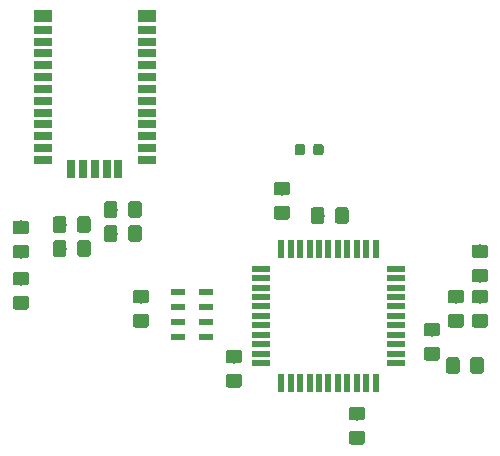
<source format=gtp>
%TF.GenerationSoftware,KiCad,Pcbnew,5.0.1*%
%TF.CreationDate,2019-01-10T15:10:37-06:00*%
%TF.ProjectId,RDP-Environmental,5244502D456E7669726F6E6D656E7461,01*%
%TF.SameCoordinates,Original*%
%TF.FileFunction,Paste,Top*%
%TF.FilePolarity,Positive*%
%FSLAX46Y46*%
G04 Gerber Fmt 4.6, Leading zero omitted, Abs format (unit mm)*
G04 Created by KiCad (PCBNEW 5.0.1) date Thu 10 Jan 2019 03:10:37 PM CST*
%MOMM*%
%LPD*%
G01*
G04 APERTURE LIST*
%ADD10C,0.100000*%
%ADD11C,1.150000*%
%ADD12C,0.875000*%
%ADD13R,1.310000X0.530000*%
%ADD14R,0.550000X1.500000*%
%ADD15R,1.500000X0.550000*%
%ADD16R,1.500000X0.700000*%
%ADD17R,1.500000X1.000000*%
%ADD18R,0.700000X1.500000*%
G04 APERTURE END LIST*
D10*
G36*
X65498505Y-48956204D02*
X65522773Y-48959804D01*
X65546572Y-48965765D01*
X65569671Y-48974030D01*
X65591850Y-48984520D01*
X65612893Y-48997132D01*
X65632599Y-49011747D01*
X65650777Y-49028223D01*
X65667253Y-49046401D01*
X65681868Y-49066107D01*
X65694480Y-49087150D01*
X65704970Y-49109329D01*
X65713235Y-49132428D01*
X65719196Y-49156227D01*
X65722796Y-49180495D01*
X65724000Y-49204999D01*
X65724000Y-49855001D01*
X65722796Y-49879505D01*
X65719196Y-49903773D01*
X65713235Y-49927572D01*
X65704970Y-49950671D01*
X65694480Y-49972850D01*
X65681868Y-49993893D01*
X65667253Y-50013599D01*
X65650777Y-50031777D01*
X65632599Y-50048253D01*
X65612893Y-50062868D01*
X65591850Y-50075480D01*
X65569671Y-50085970D01*
X65546572Y-50094235D01*
X65522773Y-50100196D01*
X65498505Y-50103796D01*
X65474001Y-50105000D01*
X64573999Y-50105000D01*
X64549495Y-50103796D01*
X64525227Y-50100196D01*
X64501428Y-50094235D01*
X64478329Y-50085970D01*
X64456150Y-50075480D01*
X64435107Y-50062868D01*
X64415401Y-50048253D01*
X64397223Y-50031777D01*
X64380747Y-50013599D01*
X64366132Y-49993893D01*
X64353520Y-49972850D01*
X64343030Y-49950671D01*
X64334765Y-49927572D01*
X64328804Y-49903773D01*
X64325204Y-49879505D01*
X64324000Y-49855001D01*
X64324000Y-49204999D01*
X64325204Y-49180495D01*
X64328804Y-49156227D01*
X64334765Y-49132428D01*
X64343030Y-49109329D01*
X64353520Y-49087150D01*
X64366132Y-49066107D01*
X64380747Y-49046401D01*
X64397223Y-49028223D01*
X64415401Y-49011747D01*
X64435107Y-48997132D01*
X64456150Y-48984520D01*
X64478329Y-48974030D01*
X64501428Y-48965765D01*
X64525227Y-48959804D01*
X64549495Y-48956204D01*
X64573999Y-48955000D01*
X65474001Y-48955000D01*
X65498505Y-48956204D01*
X65498505Y-48956204D01*
G37*
D11*
X65024000Y-49530000D03*
D10*
G36*
X65498505Y-51006204D02*
X65522773Y-51009804D01*
X65546572Y-51015765D01*
X65569671Y-51024030D01*
X65591850Y-51034520D01*
X65612893Y-51047132D01*
X65632599Y-51061747D01*
X65650777Y-51078223D01*
X65667253Y-51096401D01*
X65681868Y-51116107D01*
X65694480Y-51137150D01*
X65704970Y-51159329D01*
X65713235Y-51182428D01*
X65719196Y-51206227D01*
X65722796Y-51230495D01*
X65724000Y-51254999D01*
X65724000Y-51905001D01*
X65722796Y-51929505D01*
X65719196Y-51953773D01*
X65713235Y-51977572D01*
X65704970Y-52000671D01*
X65694480Y-52022850D01*
X65681868Y-52043893D01*
X65667253Y-52063599D01*
X65650777Y-52081777D01*
X65632599Y-52098253D01*
X65612893Y-52112868D01*
X65591850Y-52125480D01*
X65569671Y-52135970D01*
X65546572Y-52144235D01*
X65522773Y-52150196D01*
X65498505Y-52153796D01*
X65474001Y-52155000D01*
X64573999Y-52155000D01*
X64549495Y-52153796D01*
X64525227Y-52150196D01*
X64501428Y-52144235D01*
X64478329Y-52135970D01*
X64456150Y-52125480D01*
X64435107Y-52112868D01*
X64415401Y-52098253D01*
X64397223Y-52081777D01*
X64380747Y-52063599D01*
X64366132Y-52043893D01*
X64353520Y-52022850D01*
X64343030Y-52000671D01*
X64334765Y-51977572D01*
X64328804Y-51953773D01*
X64325204Y-51929505D01*
X64324000Y-51905001D01*
X64324000Y-51254999D01*
X64325204Y-51230495D01*
X64328804Y-51206227D01*
X64334765Y-51182428D01*
X64343030Y-51159329D01*
X64353520Y-51137150D01*
X64366132Y-51116107D01*
X64380747Y-51096401D01*
X64397223Y-51078223D01*
X64415401Y-51061747D01*
X64435107Y-51047132D01*
X64456150Y-51034520D01*
X64478329Y-51024030D01*
X64501428Y-51015765D01*
X64525227Y-51009804D01*
X64549495Y-51006204D01*
X64573999Y-51005000D01*
X65474001Y-51005000D01*
X65498505Y-51006204D01*
X65498505Y-51006204D01*
G37*
D11*
X65024000Y-51580000D03*
D10*
G36*
X57753505Y-39179204D02*
X57777773Y-39182804D01*
X57801572Y-39188765D01*
X57824671Y-39197030D01*
X57846850Y-39207520D01*
X57867893Y-39220132D01*
X57887599Y-39234747D01*
X57905777Y-39251223D01*
X57922253Y-39269401D01*
X57936868Y-39289107D01*
X57949480Y-39310150D01*
X57959970Y-39332329D01*
X57968235Y-39355428D01*
X57974196Y-39379227D01*
X57977796Y-39403495D01*
X57979000Y-39427999D01*
X57979000Y-40328001D01*
X57977796Y-40352505D01*
X57974196Y-40376773D01*
X57968235Y-40400572D01*
X57959970Y-40423671D01*
X57949480Y-40445850D01*
X57936868Y-40466893D01*
X57922253Y-40486599D01*
X57905777Y-40504777D01*
X57887599Y-40521253D01*
X57867893Y-40535868D01*
X57846850Y-40548480D01*
X57824671Y-40558970D01*
X57801572Y-40567235D01*
X57777773Y-40573196D01*
X57753505Y-40576796D01*
X57729001Y-40578000D01*
X57078999Y-40578000D01*
X57054495Y-40576796D01*
X57030227Y-40573196D01*
X57006428Y-40567235D01*
X56983329Y-40558970D01*
X56961150Y-40548480D01*
X56940107Y-40535868D01*
X56920401Y-40521253D01*
X56902223Y-40504777D01*
X56885747Y-40486599D01*
X56871132Y-40466893D01*
X56858520Y-40445850D01*
X56848030Y-40423671D01*
X56839765Y-40400572D01*
X56833804Y-40376773D01*
X56830204Y-40352505D01*
X56829000Y-40328001D01*
X56829000Y-39427999D01*
X56830204Y-39403495D01*
X56833804Y-39379227D01*
X56839765Y-39355428D01*
X56848030Y-39332329D01*
X56858520Y-39310150D01*
X56871132Y-39289107D01*
X56885747Y-39269401D01*
X56902223Y-39251223D01*
X56920401Y-39234747D01*
X56940107Y-39220132D01*
X56961150Y-39207520D01*
X56983329Y-39197030D01*
X57006428Y-39188765D01*
X57030227Y-39182804D01*
X57054495Y-39179204D01*
X57078999Y-39178000D01*
X57729001Y-39178000D01*
X57753505Y-39179204D01*
X57753505Y-39179204D01*
G37*
D11*
X57404000Y-39878000D03*
D10*
G36*
X55703505Y-39179204D02*
X55727773Y-39182804D01*
X55751572Y-39188765D01*
X55774671Y-39197030D01*
X55796850Y-39207520D01*
X55817893Y-39220132D01*
X55837599Y-39234747D01*
X55855777Y-39251223D01*
X55872253Y-39269401D01*
X55886868Y-39289107D01*
X55899480Y-39310150D01*
X55909970Y-39332329D01*
X55918235Y-39355428D01*
X55924196Y-39379227D01*
X55927796Y-39403495D01*
X55929000Y-39427999D01*
X55929000Y-40328001D01*
X55927796Y-40352505D01*
X55924196Y-40376773D01*
X55918235Y-40400572D01*
X55909970Y-40423671D01*
X55899480Y-40445850D01*
X55886868Y-40466893D01*
X55872253Y-40486599D01*
X55855777Y-40504777D01*
X55837599Y-40521253D01*
X55817893Y-40535868D01*
X55796850Y-40548480D01*
X55774671Y-40558970D01*
X55751572Y-40567235D01*
X55727773Y-40573196D01*
X55703505Y-40576796D01*
X55679001Y-40578000D01*
X55028999Y-40578000D01*
X55004495Y-40576796D01*
X54980227Y-40573196D01*
X54956428Y-40567235D01*
X54933329Y-40558970D01*
X54911150Y-40548480D01*
X54890107Y-40535868D01*
X54870401Y-40521253D01*
X54852223Y-40504777D01*
X54835747Y-40486599D01*
X54821132Y-40466893D01*
X54808520Y-40445850D01*
X54798030Y-40423671D01*
X54789765Y-40400572D01*
X54783804Y-40376773D01*
X54780204Y-40352505D01*
X54779000Y-40328001D01*
X54779000Y-39427999D01*
X54780204Y-39403495D01*
X54783804Y-39379227D01*
X54789765Y-39355428D01*
X54798030Y-39332329D01*
X54808520Y-39310150D01*
X54821132Y-39289107D01*
X54835747Y-39269401D01*
X54852223Y-39251223D01*
X54870401Y-39234747D01*
X54890107Y-39220132D01*
X54911150Y-39207520D01*
X54933329Y-39197030D01*
X54956428Y-39188765D01*
X54980227Y-39182804D01*
X55004495Y-39179204D01*
X55028999Y-39178000D01*
X55679001Y-39178000D01*
X55703505Y-39179204D01*
X55703505Y-39179204D01*
G37*
D11*
X55354000Y-39878000D03*
D10*
G36*
X48734505Y-51242204D02*
X48758773Y-51245804D01*
X48782572Y-51251765D01*
X48805671Y-51260030D01*
X48827850Y-51270520D01*
X48848893Y-51283132D01*
X48868599Y-51297747D01*
X48886777Y-51314223D01*
X48903253Y-51332401D01*
X48917868Y-51352107D01*
X48930480Y-51373150D01*
X48940970Y-51395329D01*
X48949235Y-51418428D01*
X48955196Y-51442227D01*
X48958796Y-51466495D01*
X48960000Y-51490999D01*
X48960000Y-52141001D01*
X48958796Y-52165505D01*
X48955196Y-52189773D01*
X48949235Y-52213572D01*
X48940970Y-52236671D01*
X48930480Y-52258850D01*
X48917868Y-52279893D01*
X48903253Y-52299599D01*
X48886777Y-52317777D01*
X48868599Y-52334253D01*
X48848893Y-52348868D01*
X48827850Y-52361480D01*
X48805671Y-52371970D01*
X48782572Y-52380235D01*
X48758773Y-52386196D01*
X48734505Y-52389796D01*
X48710001Y-52391000D01*
X47809999Y-52391000D01*
X47785495Y-52389796D01*
X47761227Y-52386196D01*
X47737428Y-52380235D01*
X47714329Y-52371970D01*
X47692150Y-52361480D01*
X47671107Y-52348868D01*
X47651401Y-52334253D01*
X47633223Y-52317777D01*
X47616747Y-52299599D01*
X47602132Y-52279893D01*
X47589520Y-52258850D01*
X47579030Y-52236671D01*
X47570765Y-52213572D01*
X47564804Y-52189773D01*
X47561204Y-52165505D01*
X47560000Y-52141001D01*
X47560000Y-51490999D01*
X47561204Y-51466495D01*
X47564804Y-51442227D01*
X47570765Y-51418428D01*
X47579030Y-51395329D01*
X47589520Y-51373150D01*
X47602132Y-51352107D01*
X47616747Y-51332401D01*
X47633223Y-51314223D01*
X47651401Y-51297747D01*
X47671107Y-51283132D01*
X47692150Y-51270520D01*
X47714329Y-51260030D01*
X47737428Y-51251765D01*
X47761227Y-51245804D01*
X47785495Y-51242204D01*
X47809999Y-51241000D01*
X48710001Y-51241000D01*
X48734505Y-51242204D01*
X48734505Y-51242204D01*
G37*
D11*
X48260000Y-51816000D03*
D10*
G36*
X48734505Y-53292204D02*
X48758773Y-53295804D01*
X48782572Y-53301765D01*
X48805671Y-53310030D01*
X48827850Y-53320520D01*
X48848893Y-53333132D01*
X48868599Y-53347747D01*
X48886777Y-53364223D01*
X48903253Y-53382401D01*
X48917868Y-53402107D01*
X48930480Y-53423150D01*
X48940970Y-53445329D01*
X48949235Y-53468428D01*
X48955196Y-53492227D01*
X48958796Y-53516495D01*
X48960000Y-53540999D01*
X48960000Y-54191001D01*
X48958796Y-54215505D01*
X48955196Y-54239773D01*
X48949235Y-54263572D01*
X48940970Y-54286671D01*
X48930480Y-54308850D01*
X48917868Y-54329893D01*
X48903253Y-54349599D01*
X48886777Y-54367777D01*
X48868599Y-54384253D01*
X48848893Y-54398868D01*
X48827850Y-54411480D01*
X48805671Y-54421970D01*
X48782572Y-54430235D01*
X48758773Y-54436196D01*
X48734505Y-54439796D01*
X48710001Y-54441000D01*
X47809999Y-54441000D01*
X47785495Y-54439796D01*
X47761227Y-54436196D01*
X47737428Y-54430235D01*
X47714329Y-54421970D01*
X47692150Y-54411480D01*
X47671107Y-54398868D01*
X47651401Y-54384253D01*
X47633223Y-54367777D01*
X47616747Y-54349599D01*
X47602132Y-54329893D01*
X47589520Y-54308850D01*
X47579030Y-54286671D01*
X47570765Y-54263572D01*
X47564804Y-54239773D01*
X47561204Y-54215505D01*
X47560000Y-54191001D01*
X47560000Y-53540999D01*
X47561204Y-53516495D01*
X47564804Y-53492227D01*
X47570765Y-53468428D01*
X47579030Y-53445329D01*
X47589520Y-53423150D01*
X47602132Y-53402107D01*
X47616747Y-53382401D01*
X47633223Y-53364223D01*
X47651401Y-53347747D01*
X47671107Y-53333132D01*
X47692150Y-53320520D01*
X47714329Y-53310030D01*
X47737428Y-53301765D01*
X47761227Y-53295804D01*
X47785495Y-53292204D01*
X47809999Y-53291000D01*
X48710001Y-53291000D01*
X48734505Y-53292204D01*
X48734505Y-53292204D01*
G37*
D11*
X48260000Y-53866000D03*
D10*
G36*
X69562505Y-48212204D02*
X69586773Y-48215804D01*
X69610572Y-48221765D01*
X69633671Y-48230030D01*
X69655850Y-48240520D01*
X69676893Y-48253132D01*
X69696599Y-48267747D01*
X69714777Y-48284223D01*
X69731253Y-48302401D01*
X69745868Y-48322107D01*
X69758480Y-48343150D01*
X69768970Y-48365329D01*
X69777235Y-48388428D01*
X69783196Y-48412227D01*
X69786796Y-48436495D01*
X69788000Y-48460999D01*
X69788000Y-49111001D01*
X69786796Y-49135505D01*
X69783196Y-49159773D01*
X69777235Y-49183572D01*
X69768970Y-49206671D01*
X69758480Y-49228850D01*
X69745868Y-49249893D01*
X69731253Y-49269599D01*
X69714777Y-49287777D01*
X69696599Y-49304253D01*
X69676893Y-49318868D01*
X69655850Y-49331480D01*
X69633671Y-49341970D01*
X69610572Y-49350235D01*
X69586773Y-49356196D01*
X69562505Y-49359796D01*
X69538001Y-49361000D01*
X68637999Y-49361000D01*
X68613495Y-49359796D01*
X68589227Y-49356196D01*
X68565428Y-49350235D01*
X68542329Y-49341970D01*
X68520150Y-49331480D01*
X68499107Y-49318868D01*
X68479401Y-49304253D01*
X68461223Y-49287777D01*
X68444747Y-49269599D01*
X68430132Y-49249893D01*
X68417520Y-49228850D01*
X68407030Y-49206671D01*
X68398765Y-49183572D01*
X68392804Y-49159773D01*
X68389204Y-49135505D01*
X68388000Y-49111001D01*
X68388000Y-48460999D01*
X68389204Y-48436495D01*
X68392804Y-48412227D01*
X68398765Y-48388428D01*
X68407030Y-48365329D01*
X68417520Y-48343150D01*
X68430132Y-48322107D01*
X68444747Y-48302401D01*
X68461223Y-48284223D01*
X68479401Y-48267747D01*
X68499107Y-48253132D01*
X68520150Y-48240520D01*
X68542329Y-48230030D01*
X68565428Y-48221765D01*
X68589227Y-48215804D01*
X68613495Y-48212204D01*
X68637999Y-48211000D01*
X69538001Y-48211000D01*
X69562505Y-48212204D01*
X69562505Y-48212204D01*
G37*
D11*
X69088000Y-48786000D03*
D10*
G36*
X69562505Y-46162204D02*
X69586773Y-46165804D01*
X69610572Y-46171765D01*
X69633671Y-46180030D01*
X69655850Y-46190520D01*
X69676893Y-46203132D01*
X69696599Y-46217747D01*
X69714777Y-46234223D01*
X69731253Y-46252401D01*
X69745868Y-46272107D01*
X69758480Y-46293150D01*
X69768970Y-46315329D01*
X69777235Y-46338428D01*
X69783196Y-46362227D01*
X69786796Y-46386495D01*
X69788000Y-46410999D01*
X69788000Y-47061001D01*
X69786796Y-47085505D01*
X69783196Y-47109773D01*
X69777235Y-47133572D01*
X69768970Y-47156671D01*
X69758480Y-47178850D01*
X69745868Y-47199893D01*
X69731253Y-47219599D01*
X69714777Y-47237777D01*
X69696599Y-47254253D01*
X69676893Y-47268868D01*
X69655850Y-47281480D01*
X69633671Y-47291970D01*
X69610572Y-47300235D01*
X69586773Y-47306196D01*
X69562505Y-47309796D01*
X69538001Y-47311000D01*
X68637999Y-47311000D01*
X68613495Y-47309796D01*
X68589227Y-47306196D01*
X68565428Y-47300235D01*
X68542329Y-47291970D01*
X68520150Y-47281480D01*
X68499107Y-47268868D01*
X68479401Y-47254253D01*
X68461223Y-47237777D01*
X68444747Y-47219599D01*
X68430132Y-47199893D01*
X68417520Y-47178850D01*
X68407030Y-47156671D01*
X68398765Y-47133572D01*
X68392804Y-47109773D01*
X68389204Y-47085505D01*
X68388000Y-47061001D01*
X68388000Y-46410999D01*
X68389204Y-46386495D01*
X68392804Y-46362227D01*
X68398765Y-46338428D01*
X68407030Y-46315329D01*
X68417520Y-46293150D01*
X68430132Y-46272107D01*
X68444747Y-46252401D01*
X68461223Y-46234223D01*
X68479401Y-46217747D01*
X68499107Y-46203132D01*
X68520150Y-46190520D01*
X68542329Y-46180030D01*
X68565428Y-46171765D01*
X68589227Y-46165804D01*
X68613495Y-46162204D01*
X68637999Y-46161000D01*
X69538001Y-46161000D01*
X69562505Y-46162204D01*
X69562505Y-46162204D01*
G37*
D11*
X69088000Y-46736000D03*
D10*
G36*
X59148505Y-56068204D02*
X59172773Y-56071804D01*
X59196572Y-56077765D01*
X59219671Y-56086030D01*
X59241850Y-56096520D01*
X59262893Y-56109132D01*
X59282599Y-56123747D01*
X59300777Y-56140223D01*
X59317253Y-56158401D01*
X59331868Y-56178107D01*
X59344480Y-56199150D01*
X59354970Y-56221329D01*
X59363235Y-56244428D01*
X59369196Y-56268227D01*
X59372796Y-56292495D01*
X59374000Y-56316999D01*
X59374000Y-56967001D01*
X59372796Y-56991505D01*
X59369196Y-57015773D01*
X59363235Y-57039572D01*
X59354970Y-57062671D01*
X59344480Y-57084850D01*
X59331868Y-57105893D01*
X59317253Y-57125599D01*
X59300777Y-57143777D01*
X59282599Y-57160253D01*
X59262893Y-57174868D01*
X59241850Y-57187480D01*
X59219671Y-57197970D01*
X59196572Y-57206235D01*
X59172773Y-57212196D01*
X59148505Y-57215796D01*
X59124001Y-57217000D01*
X58223999Y-57217000D01*
X58199495Y-57215796D01*
X58175227Y-57212196D01*
X58151428Y-57206235D01*
X58128329Y-57197970D01*
X58106150Y-57187480D01*
X58085107Y-57174868D01*
X58065401Y-57160253D01*
X58047223Y-57143777D01*
X58030747Y-57125599D01*
X58016132Y-57105893D01*
X58003520Y-57084850D01*
X57993030Y-57062671D01*
X57984765Y-57039572D01*
X57978804Y-57015773D01*
X57975204Y-56991505D01*
X57974000Y-56967001D01*
X57974000Y-56316999D01*
X57975204Y-56292495D01*
X57978804Y-56268227D01*
X57984765Y-56244428D01*
X57993030Y-56221329D01*
X58003520Y-56199150D01*
X58016132Y-56178107D01*
X58030747Y-56158401D01*
X58047223Y-56140223D01*
X58065401Y-56123747D01*
X58085107Y-56109132D01*
X58106150Y-56096520D01*
X58128329Y-56086030D01*
X58151428Y-56077765D01*
X58175227Y-56071804D01*
X58199495Y-56068204D01*
X58223999Y-56067000D01*
X59124001Y-56067000D01*
X59148505Y-56068204D01*
X59148505Y-56068204D01*
G37*
D11*
X58674000Y-56642000D03*
D10*
G36*
X59148505Y-58118204D02*
X59172773Y-58121804D01*
X59196572Y-58127765D01*
X59219671Y-58136030D01*
X59241850Y-58146520D01*
X59262893Y-58159132D01*
X59282599Y-58173747D01*
X59300777Y-58190223D01*
X59317253Y-58208401D01*
X59331868Y-58228107D01*
X59344480Y-58249150D01*
X59354970Y-58271329D01*
X59363235Y-58294428D01*
X59369196Y-58318227D01*
X59372796Y-58342495D01*
X59374000Y-58366999D01*
X59374000Y-59017001D01*
X59372796Y-59041505D01*
X59369196Y-59065773D01*
X59363235Y-59089572D01*
X59354970Y-59112671D01*
X59344480Y-59134850D01*
X59331868Y-59155893D01*
X59317253Y-59175599D01*
X59300777Y-59193777D01*
X59282599Y-59210253D01*
X59262893Y-59224868D01*
X59241850Y-59237480D01*
X59219671Y-59247970D01*
X59196572Y-59256235D01*
X59172773Y-59262196D01*
X59148505Y-59265796D01*
X59124001Y-59267000D01*
X58223999Y-59267000D01*
X58199495Y-59265796D01*
X58175227Y-59262196D01*
X58151428Y-59256235D01*
X58128329Y-59247970D01*
X58106150Y-59237480D01*
X58085107Y-59224868D01*
X58065401Y-59210253D01*
X58047223Y-59193777D01*
X58030747Y-59175599D01*
X58016132Y-59155893D01*
X58003520Y-59134850D01*
X57993030Y-59112671D01*
X57984765Y-59089572D01*
X57978804Y-59065773D01*
X57975204Y-59041505D01*
X57974000Y-59017001D01*
X57974000Y-58366999D01*
X57975204Y-58342495D01*
X57978804Y-58318227D01*
X57984765Y-58294428D01*
X57993030Y-58271329D01*
X58003520Y-58249150D01*
X58016132Y-58228107D01*
X58030747Y-58208401D01*
X58047223Y-58190223D01*
X58065401Y-58173747D01*
X58085107Y-58159132D01*
X58106150Y-58146520D01*
X58128329Y-58136030D01*
X58151428Y-58127765D01*
X58175227Y-58121804D01*
X58199495Y-58118204D01*
X58223999Y-58117000D01*
X59124001Y-58117000D01*
X59148505Y-58118204D01*
X59148505Y-58118204D01*
G37*
D11*
X58674000Y-58692000D03*
D10*
G36*
X67151505Y-51879204D02*
X67175773Y-51882804D01*
X67199572Y-51888765D01*
X67222671Y-51897030D01*
X67244850Y-51907520D01*
X67265893Y-51920132D01*
X67285599Y-51934747D01*
X67303777Y-51951223D01*
X67320253Y-51969401D01*
X67334868Y-51989107D01*
X67347480Y-52010150D01*
X67357970Y-52032329D01*
X67366235Y-52055428D01*
X67372196Y-52079227D01*
X67375796Y-52103495D01*
X67377000Y-52127999D01*
X67377000Y-53028001D01*
X67375796Y-53052505D01*
X67372196Y-53076773D01*
X67366235Y-53100572D01*
X67357970Y-53123671D01*
X67347480Y-53145850D01*
X67334868Y-53166893D01*
X67320253Y-53186599D01*
X67303777Y-53204777D01*
X67285599Y-53221253D01*
X67265893Y-53235868D01*
X67244850Y-53248480D01*
X67222671Y-53258970D01*
X67199572Y-53267235D01*
X67175773Y-53273196D01*
X67151505Y-53276796D01*
X67127001Y-53278000D01*
X66476999Y-53278000D01*
X66452495Y-53276796D01*
X66428227Y-53273196D01*
X66404428Y-53267235D01*
X66381329Y-53258970D01*
X66359150Y-53248480D01*
X66338107Y-53235868D01*
X66318401Y-53221253D01*
X66300223Y-53204777D01*
X66283747Y-53186599D01*
X66269132Y-53166893D01*
X66256520Y-53145850D01*
X66246030Y-53123671D01*
X66237765Y-53100572D01*
X66231804Y-53076773D01*
X66228204Y-53052505D01*
X66227000Y-53028001D01*
X66227000Y-52127999D01*
X66228204Y-52103495D01*
X66231804Y-52079227D01*
X66237765Y-52055428D01*
X66246030Y-52032329D01*
X66256520Y-52010150D01*
X66269132Y-51989107D01*
X66283747Y-51969401D01*
X66300223Y-51951223D01*
X66318401Y-51934747D01*
X66338107Y-51920132D01*
X66359150Y-51907520D01*
X66381329Y-51897030D01*
X66404428Y-51888765D01*
X66428227Y-51882804D01*
X66452495Y-51879204D01*
X66476999Y-51878000D01*
X67127001Y-51878000D01*
X67151505Y-51879204D01*
X67151505Y-51879204D01*
G37*
D11*
X66802000Y-52578000D03*
D10*
G36*
X69201505Y-51879204D02*
X69225773Y-51882804D01*
X69249572Y-51888765D01*
X69272671Y-51897030D01*
X69294850Y-51907520D01*
X69315893Y-51920132D01*
X69335599Y-51934747D01*
X69353777Y-51951223D01*
X69370253Y-51969401D01*
X69384868Y-51989107D01*
X69397480Y-52010150D01*
X69407970Y-52032329D01*
X69416235Y-52055428D01*
X69422196Y-52079227D01*
X69425796Y-52103495D01*
X69427000Y-52127999D01*
X69427000Y-53028001D01*
X69425796Y-53052505D01*
X69422196Y-53076773D01*
X69416235Y-53100572D01*
X69407970Y-53123671D01*
X69397480Y-53145850D01*
X69384868Y-53166893D01*
X69370253Y-53186599D01*
X69353777Y-53204777D01*
X69335599Y-53221253D01*
X69315893Y-53235868D01*
X69294850Y-53248480D01*
X69272671Y-53258970D01*
X69249572Y-53267235D01*
X69225773Y-53273196D01*
X69201505Y-53276796D01*
X69177001Y-53278000D01*
X68526999Y-53278000D01*
X68502495Y-53276796D01*
X68478227Y-53273196D01*
X68454428Y-53267235D01*
X68431329Y-53258970D01*
X68409150Y-53248480D01*
X68388107Y-53235868D01*
X68368401Y-53221253D01*
X68350223Y-53204777D01*
X68333747Y-53186599D01*
X68319132Y-53166893D01*
X68306520Y-53145850D01*
X68296030Y-53123671D01*
X68287765Y-53100572D01*
X68281804Y-53076773D01*
X68278204Y-53052505D01*
X68277000Y-53028001D01*
X68277000Y-52127999D01*
X68278204Y-52103495D01*
X68281804Y-52079227D01*
X68287765Y-52055428D01*
X68296030Y-52032329D01*
X68306520Y-52010150D01*
X68319132Y-51989107D01*
X68333747Y-51969401D01*
X68350223Y-51951223D01*
X68368401Y-51934747D01*
X68388107Y-51920132D01*
X68409150Y-51907520D01*
X68431329Y-51897030D01*
X68454428Y-51888765D01*
X68478227Y-51882804D01*
X68502495Y-51879204D01*
X68526999Y-51878000D01*
X69177001Y-51878000D01*
X69201505Y-51879204D01*
X69201505Y-51879204D01*
G37*
D11*
X68852000Y-52578000D03*
D10*
G36*
X40860505Y-48212204D02*
X40884773Y-48215804D01*
X40908572Y-48221765D01*
X40931671Y-48230030D01*
X40953850Y-48240520D01*
X40974893Y-48253132D01*
X40994599Y-48267747D01*
X41012777Y-48284223D01*
X41029253Y-48302401D01*
X41043868Y-48322107D01*
X41056480Y-48343150D01*
X41066970Y-48365329D01*
X41075235Y-48388428D01*
X41081196Y-48412227D01*
X41084796Y-48436495D01*
X41086000Y-48460999D01*
X41086000Y-49111001D01*
X41084796Y-49135505D01*
X41081196Y-49159773D01*
X41075235Y-49183572D01*
X41066970Y-49206671D01*
X41056480Y-49228850D01*
X41043868Y-49249893D01*
X41029253Y-49269599D01*
X41012777Y-49287777D01*
X40994599Y-49304253D01*
X40974893Y-49318868D01*
X40953850Y-49331480D01*
X40931671Y-49341970D01*
X40908572Y-49350235D01*
X40884773Y-49356196D01*
X40860505Y-49359796D01*
X40836001Y-49361000D01*
X39935999Y-49361000D01*
X39911495Y-49359796D01*
X39887227Y-49356196D01*
X39863428Y-49350235D01*
X39840329Y-49341970D01*
X39818150Y-49331480D01*
X39797107Y-49318868D01*
X39777401Y-49304253D01*
X39759223Y-49287777D01*
X39742747Y-49269599D01*
X39728132Y-49249893D01*
X39715520Y-49228850D01*
X39705030Y-49206671D01*
X39696765Y-49183572D01*
X39690804Y-49159773D01*
X39687204Y-49135505D01*
X39686000Y-49111001D01*
X39686000Y-48460999D01*
X39687204Y-48436495D01*
X39690804Y-48412227D01*
X39696765Y-48388428D01*
X39705030Y-48365329D01*
X39715520Y-48343150D01*
X39728132Y-48322107D01*
X39742747Y-48302401D01*
X39759223Y-48284223D01*
X39777401Y-48267747D01*
X39797107Y-48253132D01*
X39818150Y-48240520D01*
X39840329Y-48230030D01*
X39863428Y-48221765D01*
X39887227Y-48215804D01*
X39911495Y-48212204D01*
X39935999Y-48211000D01*
X40836001Y-48211000D01*
X40860505Y-48212204D01*
X40860505Y-48212204D01*
G37*
D11*
X40386000Y-48786000D03*
D10*
G36*
X40860505Y-46162204D02*
X40884773Y-46165804D01*
X40908572Y-46171765D01*
X40931671Y-46180030D01*
X40953850Y-46190520D01*
X40974893Y-46203132D01*
X40994599Y-46217747D01*
X41012777Y-46234223D01*
X41029253Y-46252401D01*
X41043868Y-46272107D01*
X41056480Y-46293150D01*
X41066970Y-46315329D01*
X41075235Y-46338428D01*
X41081196Y-46362227D01*
X41084796Y-46386495D01*
X41086000Y-46410999D01*
X41086000Y-47061001D01*
X41084796Y-47085505D01*
X41081196Y-47109773D01*
X41075235Y-47133572D01*
X41066970Y-47156671D01*
X41056480Y-47178850D01*
X41043868Y-47199893D01*
X41029253Y-47219599D01*
X41012777Y-47237777D01*
X40994599Y-47254253D01*
X40974893Y-47268868D01*
X40953850Y-47281480D01*
X40931671Y-47291970D01*
X40908572Y-47300235D01*
X40884773Y-47306196D01*
X40860505Y-47309796D01*
X40836001Y-47311000D01*
X39935999Y-47311000D01*
X39911495Y-47309796D01*
X39887227Y-47306196D01*
X39863428Y-47300235D01*
X39840329Y-47291970D01*
X39818150Y-47281480D01*
X39797107Y-47268868D01*
X39777401Y-47254253D01*
X39759223Y-47237777D01*
X39742747Y-47219599D01*
X39728132Y-47199893D01*
X39715520Y-47178850D01*
X39705030Y-47156671D01*
X39696765Y-47133572D01*
X39690804Y-47109773D01*
X39687204Y-47085505D01*
X39686000Y-47061001D01*
X39686000Y-46410999D01*
X39687204Y-46386495D01*
X39690804Y-46362227D01*
X39696765Y-46338428D01*
X39705030Y-46315329D01*
X39715520Y-46293150D01*
X39728132Y-46272107D01*
X39742747Y-46252401D01*
X39759223Y-46234223D01*
X39777401Y-46217747D01*
X39797107Y-46203132D01*
X39818150Y-46190520D01*
X39840329Y-46180030D01*
X39863428Y-46171765D01*
X39887227Y-46165804D01*
X39911495Y-46162204D01*
X39935999Y-46161000D01*
X40836001Y-46161000D01*
X40860505Y-46162204D01*
X40860505Y-46162204D01*
G37*
D11*
X40386000Y-46736000D03*
D10*
G36*
X30700505Y-46688204D02*
X30724773Y-46691804D01*
X30748572Y-46697765D01*
X30771671Y-46706030D01*
X30793850Y-46716520D01*
X30814893Y-46729132D01*
X30834599Y-46743747D01*
X30852777Y-46760223D01*
X30869253Y-46778401D01*
X30883868Y-46798107D01*
X30896480Y-46819150D01*
X30906970Y-46841329D01*
X30915235Y-46864428D01*
X30921196Y-46888227D01*
X30924796Y-46912495D01*
X30926000Y-46936999D01*
X30926000Y-47587001D01*
X30924796Y-47611505D01*
X30921196Y-47635773D01*
X30915235Y-47659572D01*
X30906970Y-47682671D01*
X30896480Y-47704850D01*
X30883868Y-47725893D01*
X30869253Y-47745599D01*
X30852777Y-47763777D01*
X30834599Y-47780253D01*
X30814893Y-47794868D01*
X30793850Y-47807480D01*
X30771671Y-47817970D01*
X30748572Y-47826235D01*
X30724773Y-47832196D01*
X30700505Y-47835796D01*
X30676001Y-47837000D01*
X29775999Y-47837000D01*
X29751495Y-47835796D01*
X29727227Y-47832196D01*
X29703428Y-47826235D01*
X29680329Y-47817970D01*
X29658150Y-47807480D01*
X29637107Y-47794868D01*
X29617401Y-47780253D01*
X29599223Y-47763777D01*
X29582747Y-47745599D01*
X29568132Y-47725893D01*
X29555520Y-47704850D01*
X29545030Y-47682671D01*
X29536765Y-47659572D01*
X29530804Y-47635773D01*
X29527204Y-47611505D01*
X29526000Y-47587001D01*
X29526000Y-46936999D01*
X29527204Y-46912495D01*
X29530804Y-46888227D01*
X29536765Y-46864428D01*
X29545030Y-46841329D01*
X29555520Y-46819150D01*
X29568132Y-46798107D01*
X29582747Y-46778401D01*
X29599223Y-46760223D01*
X29617401Y-46743747D01*
X29637107Y-46729132D01*
X29658150Y-46716520D01*
X29680329Y-46706030D01*
X29703428Y-46697765D01*
X29727227Y-46691804D01*
X29751495Y-46688204D01*
X29775999Y-46687000D01*
X30676001Y-46687000D01*
X30700505Y-46688204D01*
X30700505Y-46688204D01*
G37*
D11*
X30226000Y-47262000D03*
D10*
G36*
X30700505Y-44638204D02*
X30724773Y-44641804D01*
X30748572Y-44647765D01*
X30771671Y-44656030D01*
X30793850Y-44666520D01*
X30814893Y-44679132D01*
X30834599Y-44693747D01*
X30852777Y-44710223D01*
X30869253Y-44728401D01*
X30883868Y-44748107D01*
X30896480Y-44769150D01*
X30906970Y-44791329D01*
X30915235Y-44814428D01*
X30921196Y-44838227D01*
X30924796Y-44862495D01*
X30926000Y-44886999D01*
X30926000Y-45537001D01*
X30924796Y-45561505D01*
X30921196Y-45585773D01*
X30915235Y-45609572D01*
X30906970Y-45632671D01*
X30896480Y-45654850D01*
X30883868Y-45675893D01*
X30869253Y-45695599D01*
X30852777Y-45713777D01*
X30834599Y-45730253D01*
X30814893Y-45744868D01*
X30793850Y-45757480D01*
X30771671Y-45767970D01*
X30748572Y-45776235D01*
X30724773Y-45782196D01*
X30700505Y-45785796D01*
X30676001Y-45787000D01*
X29775999Y-45787000D01*
X29751495Y-45785796D01*
X29727227Y-45782196D01*
X29703428Y-45776235D01*
X29680329Y-45767970D01*
X29658150Y-45757480D01*
X29637107Y-45744868D01*
X29617401Y-45730253D01*
X29599223Y-45713777D01*
X29582747Y-45695599D01*
X29568132Y-45675893D01*
X29555520Y-45654850D01*
X29545030Y-45632671D01*
X29536765Y-45609572D01*
X29530804Y-45585773D01*
X29527204Y-45561505D01*
X29526000Y-45537001D01*
X29526000Y-44886999D01*
X29527204Y-44862495D01*
X29530804Y-44838227D01*
X29536765Y-44814428D01*
X29545030Y-44791329D01*
X29555520Y-44769150D01*
X29568132Y-44748107D01*
X29582747Y-44728401D01*
X29599223Y-44710223D01*
X29617401Y-44693747D01*
X29637107Y-44679132D01*
X29658150Y-44666520D01*
X29680329Y-44656030D01*
X29703428Y-44647765D01*
X29727227Y-44641804D01*
X29751495Y-44638204D01*
X29775999Y-44637000D01*
X30676001Y-44637000D01*
X30700505Y-44638204D01*
X30700505Y-44638204D01*
G37*
D11*
X30226000Y-45212000D03*
D10*
G36*
X35918505Y-41973204D02*
X35942773Y-41976804D01*
X35966572Y-41982765D01*
X35989671Y-41991030D01*
X36011850Y-42001520D01*
X36032893Y-42014132D01*
X36052599Y-42028747D01*
X36070777Y-42045223D01*
X36087253Y-42063401D01*
X36101868Y-42083107D01*
X36114480Y-42104150D01*
X36124970Y-42126329D01*
X36133235Y-42149428D01*
X36139196Y-42173227D01*
X36142796Y-42197495D01*
X36144000Y-42221999D01*
X36144000Y-43122001D01*
X36142796Y-43146505D01*
X36139196Y-43170773D01*
X36133235Y-43194572D01*
X36124970Y-43217671D01*
X36114480Y-43239850D01*
X36101868Y-43260893D01*
X36087253Y-43280599D01*
X36070777Y-43298777D01*
X36052599Y-43315253D01*
X36032893Y-43329868D01*
X36011850Y-43342480D01*
X35989671Y-43352970D01*
X35966572Y-43361235D01*
X35942773Y-43367196D01*
X35918505Y-43370796D01*
X35894001Y-43372000D01*
X35243999Y-43372000D01*
X35219495Y-43370796D01*
X35195227Y-43367196D01*
X35171428Y-43361235D01*
X35148329Y-43352970D01*
X35126150Y-43342480D01*
X35105107Y-43329868D01*
X35085401Y-43315253D01*
X35067223Y-43298777D01*
X35050747Y-43280599D01*
X35036132Y-43260893D01*
X35023520Y-43239850D01*
X35013030Y-43217671D01*
X35004765Y-43194572D01*
X34998804Y-43170773D01*
X34995204Y-43146505D01*
X34994000Y-43122001D01*
X34994000Y-42221999D01*
X34995204Y-42197495D01*
X34998804Y-42173227D01*
X35004765Y-42149428D01*
X35013030Y-42126329D01*
X35023520Y-42104150D01*
X35036132Y-42083107D01*
X35050747Y-42063401D01*
X35067223Y-42045223D01*
X35085401Y-42028747D01*
X35105107Y-42014132D01*
X35126150Y-42001520D01*
X35148329Y-41991030D01*
X35171428Y-41982765D01*
X35195227Y-41976804D01*
X35219495Y-41973204D01*
X35243999Y-41972000D01*
X35894001Y-41972000D01*
X35918505Y-41973204D01*
X35918505Y-41973204D01*
G37*
D11*
X35569000Y-42672000D03*
D10*
G36*
X33868505Y-41973204D02*
X33892773Y-41976804D01*
X33916572Y-41982765D01*
X33939671Y-41991030D01*
X33961850Y-42001520D01*
X33982893Y-42014132D01*
X34002599Y-42028747D01*
X34020777Y-42045223D01*
X34037253Y-42063401D01*
X34051868Y-42083107D01*
X34064480Y-42104150D01*
X34074970Y-42126329D01*
X34083235Y-42149428D01*
X34089196Y-42173227D01*
X34092796Y-42197495D01*
X34094000Y-42221999D01*
X34094000Y-43122001D01*
X34092796Y-43146505D01*
X34089196Y-43170773D01*
X34083235Y-43194572D01*
X34074970Y-43217671D01*
X34064480Y-43239850D01*
X34051868Y-43260893D01*
X34037253Y-43280599D01*
X34020777Y-43298777D01*
X34002599Y-43315253D01*
X33982893Y-43329868D01*
X33961850Y-43342480D01*
X33939671Y-43352970D01*
X33916572Y-43361235D01*
X33892773Y-43367196D01*
X33868505Y-43370796D01*
X33844001Y-43372000D01*
X33193999Y-43372000D01*
X33169495Y-43370796D01*
X33145227Y-43367196D01*
X33121428Y-43361235D01*
X33098329Y-43352970D01*
X33076150Y-43342480D01*
X33055107Y-43329868D01*
X33035401Y-43315253D01*
X33017223Y-43298777D01*
X33000747Y-43280599D01*
X32986132Y-43260893D01*
X32973520Y-43239850D01*
X32963030Y-43217671D01*
X32954765Y-43194572D01*
X32948804Y-43170773D01*
X32945204Y-43146505D01*
X32944000Y-43122001D01*
X32944000Y-42221999D01*
X32945204Y-42197495D01*
X32948804Y-42173227D01*
X32954765Y-42149428D01*
X32963030Y-42126329D01*
X32973520Y-42104150D01*
X32986132Y-42083107D01*
X33000747Y-42063401D01*
X33017223Y-42045223D01*
X33035401Y-42028747D01*
X33055107Y-42014132D01*
X33076150Y-42001520D01*
X33098329Y-41991030D01*
X33121428Y-41982765D01*
X33145227Y-41976804D01*
X33169495Y-41973204D01*
X33193999Y-41972000D01*
X33844001Y-41972000D01*
X33868505Y-41973204D01*
X33868505Y-41973204D01*
G37*
D11*
X33519000Y-42672000D03*
D10*
G36*
X38186505Y-40703204D02*
X38210773Y-40706804D01*
X38234572Y-40712765D01*
X38257671Y-40721030D01*
X38279850Y-40731520D01*
X38300893Y-40744132D01*
X38320599Y-40758747D01*
X38338777Y-40775223D01*
X38355253Y-40793401D01*
X38369868Y-40813107D01*
X38382480Y-40834150D01*
X38392970Y-40856329D01*
X38401235Y-40879428D01*
X38407196Y-40903227D01*
X38410796Y-40927495D01*
X38412000Y-40951999D01*
X38412000Y-41852001D01*
X38410796Y-41876505D01*
X38407196Y-41900773D01*
X38401235Y-41924572D01*
X38392970Y-41947671D01*
X38382480Y-41969850D01*
X38369868Y-41990893D01*
X38355253Y-42010599D01*
X38338777Y-42028777D01*
X38320599Y-42045253D01*
X38300893Y-42059868D01*
X38279850Y-42072480D01*
X38257671Y-42082970D01*
X38234572Y-42091235D01*
X38210773Y-42097196D01*
X38186505Y-42100796D01*
X38162001Y-42102000D01*
X37511999Y-42102000D01*
X37487495Y-42100796D01*
X37463227Y-42097196D01*
X37439428Y-42091235D01*
X37416329Y-42082970D01*
X37394150Y-42072480D01*
X37373107Y-42059868D01*
X37353401Y-42045253D01*
X37335223Y-42028777D01*
X37318747Y-42010599D01*
X37304132Y-41990893D01*
X37291520Y-41969850D01*
X37281030Y-41947671D01*
X37272765Y-41924572D01*
X37266804Y-41900773D01*
X37263204Y-41876505D01*
X37262000Y-41852001D01*
X37262000Y-40951999D01*
X37263204Y-40927495D01*
X37266804Y-40903227D01*
X37272765Y-40879428D01*
X37281030Y-40856329D01*
X37291520Y-40834150D01*
X37304132Y-40813107D01*
X37318747Y-40793401D01*
X37335223Y-40775223D01*
X37353401Y-40758747D01*
X37373107Y-40744132D01*
X37394150Y-40731520D01*
X37416329Y-40721030D01*
X37439428Y-40712765D01*
X37463227Y-40706804D01*
X37487495Y-40703204D01*
X37511999Y-40702000D01*
X38162001Y-40702000D01*
X38186505Y-40703204D01*
X38186505Y-40703204D01*
G37*
D11*
X37837000Y-41402000D03*
D10*
G36*
X40236505Y-40703204D02*
X40260773Y-40706804D01*
X40284572Y-40712765D01*
X40307671Y-40721030D01*
X40329850Y-40731520D01*
X40350893Y-40744132D01*
X40370599Y-40758747D01*
X40388777Y-40775223D01*
X40405253Y-40793401D01*
X40419868Y-40813107D01*
X40432480Y-40834150D01*
X40442970Y-40856329D01*
X40451235Y-40879428D01*
X40457196Y-40903227D01*
X40460796Y-40927495D01*
X40462000Y-40951999D01*
X40462000Y-41852001D01*
X40460796Y-41876505D01*
X40457196Y-41900773D01*
X40451235Y-41924572D01*
X40442970Y-41947671D01*
X40432480Y-41969850D01*
X40419868Y-41990893D01*
X40405253Y-42010599D01*
X40388777Y-42028777D01*
X40370599Y-42045253D01*
X40350893Y-42059868D01*
X40329850Y-42072480D01*
X40307671Y-42082970D01*
X40284572Y-42091235D01*
X40260773Y-42097196D01*
X40236505Y-42100796D01*
X40212001Y-42102000D01*
X39561999Y-42102000D01*
X39537495Y-42100796D01*
X39513227Y-42097196D01*
X39489428Y-42091235D01*
X39466329Y-42082970D01*
X39444150Y-42072480D01*
X39423107Y-42059868D01*
X39403401Y-42045253D01*
X39385223Y-42028777D01*
X39368747Y-42010599D01*
X39354132Y-41990893D01*
X39341520Y-41969850D01*
X39331030Y-41947671D01*
X39322765Y-41924572D01*
X39316804Y-41900773D01*
X39313204Y-41876505D01*
X39312000Y-41852001D01*
X39312000Y-40951999D01*
X39313204Y-40927495D01*
X39316804Y-40903227D01*
X39322765Y-40879428D01*
X39331030Y-40856329D01*
X39341520Y-40834150D01*
X39354132Y-40813107D01*
X39368747Y-40793401D01*
X39385223Y-40775223D01*
X39403401Y-40758747D01*
X39423107Y-40744132D01*
X39444150Y-40731520D01*
X39466329Y-40721030D01*
X39489428Y-40712765D01*
X39513227Y-40706804D01*
X39537495Y-40703204D01*
X39561999Y-40702000D01*
X40212001Y-40702000D01*
X40236505Y-40703204D01*
X40236505Y-40703204D01*
G37*
D11*
X39887000Y-41402000D03*
D10*
G36*
X55663191Y-33816053D02*
X55684426Y-33819203D01*
X55705250Y-33824419D01*
X55725462Y-33831651D01*
X55744868Y-33840830D01*
X55763281Y-33851866D01*
X55780524Y-33864654D01*
X55796430Y-33879070D01*
X55810846Y-33894976D01*
X55823634Y-33912219D01*
X55834670Y-33930632D01*
X55843849Y-33950038D01*
X55851081Y-33970250D01*
X55856297Y-33991074D01*
X55859447Y-34012309D01*
X55860500Y-34033750D01*
X55860500Y-34546250D01*
X55859447Y-34567691D01*
X55856297Y-34588926D01*
X55851081Y-34609750D01*
X55843849Y-34629962D01*
X55834670Y-34649368D01*
X55823634Y-34667781D01*
X55810846Y-34685024D01*
X55796430Y-34700930D01*
X55780524Y-34715346D01*
X55763281Y-34728134D01*
X55744868Y-34739170D01*
X55725462Y-34748349D01*
X55705250Y-34755581D01*
X55684426Y-34760797D01*
X55663191Y-34763947D01*
X55641750Y-34765000D01*
X55204250Y-34765000D01*
X55182809Y-34763947D01*
X55161574Y-34760797D01*
X55140750Y-34755581D01*
X55120538Y-34748349D01*
X55101132Y-34739170D01*
X55082719Y-34728134D01*
X55065476Y-34715346D01*
X55049570Y-34700930D01*
X55035154Y-34685024D01*
X55022366Y-34667781D01*
X55011330Y-34649368D01*
X55002151Y-34629962D01*
X54994919Y-34609750D01*
X54989703Y-34588926D01*
X54986553Y-34567691D01*
X54985500Y-34546250D01*
X54985500Y-34033750D01*
X54986553Y-34012309D01*
X54989703Y-33991074D01*
X54994919Y-33970250D01*
X55002151Y-33950038D01*
X55011330Y-33930632D01*
X55022366Y-33912219D01*
X55035154Y-33894976D01*
X55049570Y-33879070D01*
X55065476Y-33864654D01*
X55082719Y-33851866D01*
X55101132Y-33840830D01*
X55120538Y-33831651D01*
X55140750Y-33824419D01*
X55161574Y-33819203D01*
X55182809Y-33816053D01*
X55204250Y-33815000D01*
X55641750Y-33815000D01*
X55663191Y-33816053D01*
X55663191Y-33816053D01*
G37*
D12*
X55423000Y-34290000D03*
D10*
G36*
X54088191Y-33816053D02*
X54109426Y-33819203D01*
X54130250Y-33824419D01*
X54150462Y-33831651D01*
X54169868Y-33840830D01*
X54188281Y-33851866D01*
X54205524Y-33864654D01*
X54221430Y-33879070D01*
X54235846Y-33894976D01*
X54248634Y-33912219D01*
X54259670Y-33930632D01*
X54268849Y-33950038D01*
X54276081Y-33970250D01*
X54281297Y-33991074D01*
X54284447Y-34012309D01*
X54285500Y-34033750D01*
X54285500Y-34546250D01*
X54284447Y-34567691D01*
X54281297Y-34588926D01*
X54276081Y-34609750D01*
X54268849Y-34629962D01*
X54259670Y-34649368D01*
X54248634Y-34667781D01*
X54235846Y-34685024D01*
X54221430Y-34700930D01*
X54205524Y-34715346D01*
X54188281Y-34728134D01*
X54169868Y-34739170D01*
X54150462Y-34748349D01*
X54130250Y-34755581D01*
X54109426Y-34760797D01*
X54088191Y-34763947D01*
X54066750Y-34765000D01*
X53629250Y-34765000D01*
X53607809Y-34763947D01*
X53586574Y-34760797D01*
X53565750Y-34755581D01*
X53545538Y-34748349D01*
X53526132Y-34739170D01*
X53507719Y-34728134D01*
X53490476Y-34715346D01*
X53474570Y-34700930D01*
X53460154Y-34685024D01*
X53447366Y-34667781D01*
X53436330Y-34649368D01*
X53427151Y-34629962D01*
X53419919Y-34609750D01*
X53414703Y-34588926D01*
X53411553Y-34567691D01*
X53410500Y-34546250D01*
X53410500Y-34033750D01*
X53411553Y-34012309D01*
X53414703Y-33991074D01*
X53419919Y-33970250D01*
X53427151Y-33950038D01*
X53436330Y-33930632D01*
X53447366Y-33912219D01*
X53460154Y-33894976D01*
X53474570Y-33879070D01*
X53490476Y-33864654D01*
X53507719Y-33851866D01*
X53526132Y-33840830D01*
X53545538Y-33831651D01*
X53565750Y-33824419D01*
X53586574Y-33819203D01*
X53607809Y-33816053D01*
X53629250Y-33815000D01*
X54066750Y-33815000D01*
X54088191Y-33816053D01*
X54088191Y-33816053D01*
G37*
D12*
X53848000Y-34290000D03*
D10*
G36*
X69562505Y-44384204D02*
X69586773Y-44387804D01*
X69610572Y-44393765D01*
X69633671Y-44402030D01*
X69655850Y-44412520D01*
X69676893Y-44425132D01*
X69696599Y-44439747D01*
X69714777Y-44456223D01*
X69731253Y-44474401D01*
X69745868Y-44494107D01*
X69758480Y-44515150D01*
X69768970Y-44537329D01*
X69777235Y-44560428D01*
X69783196Y-44584227D01*
X69786796Y-44608495D01*
X69788000Y-44632999D01*
X69788000Y-45283001D01*
X69786796Y-45307505D01*
X69783196Y-45331773D01*
X69777235Y-45355572D01*
X69768970Y-45378671D01*
X69758480Y-45400850D01*
X69745868Y-45421893D01*
X69731253Y-45441599D01*
X69714777Y-45459777D01*
X69696599Y-45476253D01*
X69676893Y-45490868D01*
X69655850Y-45503480D01*
X69633671Y-45513970D01*
X69610572Y-45522235D01*
X69586773Y-45528196D01*
X69562505Y-45531796D01*
X69538001Y-45533000D01*
X68637999Y-45533000D01*
X68613495Y-45531796D01*
X68589227Y-45528196D01*
X68565428Y-45522235D01*
X68542329Y-45513970D01*
X68520150Y-45503480D01*
X68499107Y-45490868D01*
X68479401Y-45476253D01*
X68461223Y-45459777D01*
X68444747Y-45441599D01*
X68430132Y-45421893D01*
X68417520Y-45400850D01*
X68407030Y-45378671D01*
X68398765Y-45355572D01*
X68392804Y-45331773D01*
X68389204Y-45307505D01*
X68388000Y-45283001D01*
X68388000Y-44632999D01*
X68389204Y-44608495D01*
X68392804Y-44584227D01*
X68398765Y-44560428D01*
X68407030Y-44537329D01*
X68417520Y-44515150D01*
X68430132Y-44494107D01*
X68444747Y-44474401D01*
X68461223Y-44456223D01*
X68479401Y-44439747D01*
X68499107Y-44425132D01*
X68520150Y-44412520D01*
X68542329Y-44402030D01*
X68565428Y-44393765D01*
X68589227Y-44387804D01*
X68613495Y-44384204D01*
X68637999Y-44383000D01*
X69538001Y-44383000D01*
X69562505Y-44384204D01*
X69562505Y-44384204D01*
G37*
D11*
X69088000Y-44958000D03*
D10*
G36*
X69562505Y-42334204D02*
X69586773Y-42337804D01*
X69610572Y-42343765D01*
X69633671Y-42352030D01*
X69655850Y-42362520D01*
X69676893Y-42375132D01*
X69696599Y-42389747D01*
X69714777Y-42406223D01*
X69731253Y-42424401D01*
X69745868Y-42444107D01*
X69758480Y-42465150D01*
X69768970Y-42487329D01*
X69777235Y-42510428D01*
X69783196Y-42534227D01*
X69786796Y-42558495D01*
X69788000Y-42582999D01*
X69788000Y-43233001D01*
X69786796Y-43257505D01*
X69783196Y-43281773D01*
X69777235Y-43305572D01*
X69768970Y-43328671D01*
X69758480Y-43350850D01*
X69745868Y-43371893D01*
X69731253Y-43391599D01*
X69714777Y-43409777D01*
X69696599Y-43426253D01*
X69676893Y-43440868D01*
X69655850Y-43453480D01*
X69633671Y-43463970D01*
X69610572Y-43472235D01*
X69586773Y-43478196D01*
X69562505Y-43481796D01*
X69538001Y-43483000D01*
X68637999Y-43483000D01*
X68613495Y-43481796D01*
X68589227Y-43478196D01*
X68565428Y-43472235D01*
X68542329Y-43463970D01*
X68520150Y-43453480D01*
X68499107Y-43440868D01*
X68479401Y-43426253D01*
X68461223Y-43409777D01*
X68444747Y-43391599D01*
X68430132Y-43371893D01*
X68417520Y-43350850D01*
X68407030Y-43328671D01*
X68398765Y-43305572D01*
X68392804Y-43281773D01*
X68389204Y-43257505D01*
X68388000Y-43233001D01*
X68388000Y-42582999D01*
X68389204Y-42558495D01*
X68392804Y-42534227D01*
X68398765Y-42510428D01*
X68407030Y-42487329D01*
X68417520Y-42465150D01*
X68430132Y-42444107D01*
X68444747Y-42424401D01*
X68461223Y-42406223D01*
X68479401Y-42389747D01*
X68499107Y-42375132D01*
X68520150Y-42362520D01*
X68542329Y-42352030D01*
X68565428Y-42343765D01*
X68589227Y-42337804D01*
X68613495Y-42334204D01*
X68637999Y-42333000D01*
X69538001Y-42333000D01*
X69562505Y-42334204D01*
X69562505Y-42334204D01*
G37*
D11*
X69088000Y-42908000D03*
D10*
G36*
X67530505Y-46162204D02*
X67554773Y-46165804D01*
X67578572Y-46171765D01*
X67601671Y-46180030D01*
X67623850Y-46190520D01*
X67644893Y-46203132D01*
X67664599Y-46217747D01*
X67682777Y-46234223D01*
X67699253Y-46252401D01*
X67713868Y-46272107D01*
X67726480Y-46293150D01*
X67736970Y-46315329D01*
X67745235Y-46338428D01*
X67751196Y-46362227D01*
X67754796Y-46386495D01*
X67756000Y-46410999D01*
X67756000Y-47061001D01*
X67754796Y-47085505D01*
X67751196Y-47109773D01*
X67745235Y-47133572D01*
X67736970Y-47156671D01*
X67726480Y-47178850D01*
X67713868Y-47199893D01*
X67699253Y-47219599D01*
X67682777Y-47237777D01*
X67664599Y-47254253D01*
X67644893Y-47268868D01*
X67623850Y-47281480D01*
X67601671Y-47291970D01*
X67578572Y-47300235D01*
X67554773Y-47306196D01*
X67530505Y-47309796D01*
X67506001Y-47311000D01*
X66605999Y-47311000D01*
X66581495Y-47309796D01*
X66557227Y-47306196D01*
X66533428Y-47300235D01*
X66510329Y-47291970D01*
X66488150Y-47281480D01*
X66467107Y-47268868D01*
X66447401Y-47254253D01*
X66429223Y-47237777D01*
X66412747Y-47219599D01*
X66398132Y-47199893D01*
X66385520Y-47178850D01*
X66375030Y-47156671D01*
X66366765Y-47133572D01*
X66360804Y-47109773D01*
X66357204Y-47085505D01*
X66356000Y-47061001D01*
X66356000Y-46410999D01*
X66357204Y-46386495D01*
X66360804Y-46362227D01*
X66366765Y-46338428D01*
X66375030Y-46315329D01*
X66385520Y-46293150D01*
X66398132Y-46272107D01*
X66412747Y-46252401D01*
X66429223Y-46234223D01*
X66447401Y-46217747D01*
X66467107Y-46203132D01*
X66488150Y-46190520D01*
X66510329Y-46180030D01*
X66533428Y-46171765D01*
X66557227Y-46165804D01*
X66581495Y-46162204D01*
X66605999Y-46161000D01*
X67506001Y-46161000D01*
X67530505Y-46162204D01*
X67530505Y-46162204D01*
G37*
D11*
X67056000Y-46736000D03*
D10*
G36*
X67530505Y-48212204D02*
X67554773Y-48215804D01*
X67578572Y-48221765D01*
X67601671Y-48230030D01*
X67623850Y-48240520D01*
X67644893Y-48253132D01*
X67664599Y-48267747D01*
X67682777Y-48284223D01*
X67699253Y-48302401D01*
X67713868Y-48322107D01*
X67726480Y-48343150D01*
X67736970Y-48365329D01*
X67745235Y-48388428D01*
X67751196Y-48412227D01*
X67754796Y-48436495D01*
X67756000Y-48460999D01*
X67756000Y-49111001D01*
X67754796Y-49135505D01*
X67751196Y-49159773D01*
X67745235Y-49183572D01*
X67736970Y-49206671D01*
X67726480Y-49228850D01*
X67713868Y-49249893D01*
X67699253Y-49269599D01*
X67682777Y-49287777D01*
X67664599Y-49304253D01*
X67644893Y-49318868D01*
X67623850Y-49331480D01*
X67601671Y-49341970D01*
X67578572Y-49350235D01*
X67554773Y-49356196D01*
X67530505Y-49359796D01*
X67506001Y-49361000D01*
X66605999Y-49361000D01*
X66581495Y-49359796D01*
X66557227Y-49356196D01*
X66533428Y-49350235D01*
X66510329Y-49341970D01*
X66488150Y-49331480D01*
X66467107Y-49318868D01*
X66447401Y-49304253D01*
X66429223Y-49287777D01*
X66412747Y-49269599D01*
X66398132Y-49249893D01*
X66385520Y-49228850D01*
X66375030Y-49206671D01*
X66366765Y-49183572D01*
X66360804Y-49159773D01*
X66357204Y-49135505D01*
X66356000Y-49111001D01*
X66356000Y-48460999D01*
X66357204Y-48436495D01*
X66360804Y-48412227D01*
X66366765Y-48388428D01*
X66375030Y-48365329D01*
X66385520Y-48343150D01*
X66398132Y-48322107D01*
X66412747Y-48302401D01*
X66429223Y-48284223D01*
X66447401Y-48267747D01*
X66467107Y-48253132D01*
X66488150Y-48240520D01*
X66510329Y-48230030D01*
X66533428Y-48221765D01*
X66557227Y-48215804D01*
X66581495Y-48212204D01*
X66605999Y-48211000D01*
X67506001Y-48211000D01*
X67530505Y-48212204D01*
X67530505Y-48212204D01*
G37*
D11*
X67056000Y-48786000D03*
D10*
G36*
X30700505Y-40311204D02*
X30724773Y-40314804D01*
X30748572Y-40320765D01*
X30771671Y-40329030D01*
X30793850Y-40339520D01*
X30814893Y-40352132D01*
X30834599Y-40366747D01*
X30852777Y-40383223D01*
X30869253Y-40401401D01*
X30883868Y-40421107D01*
X30896480Y-40442150D01*
X30906970Y-40464329D01*
X30915235Y-40487428D01*
X30921196Y-40511227D01*
X30924796Y-40535495D01*
X30926000Y-40559999D01*
X30926000Y-41210001D01*
X30924796Y-41234505D01*
X30921196Y-41258773D01*
X30915235Y-41282572D01*
X30906970Y-41305671D01*
X30896480Y-41327850D01*
X30883868Y-41348893D01*
X30869253Y-41368599D01*
X30852777Y-41386777D01*
X30834599Y-41403253D01*
X30814893Y-41417868D01*
X30793850Y-41430480D01*
X30771671Y-41440970D01*
X30748572Y-41449235D01*
X30724773Y-41455196D01*
X30700505Y-41458796D01*
X30676001Y-41460000D01*
X29775999Y-41460000D01*
X29751495Y-41458796D01*
X29727227Y-41455196D01*
X29703428Y-41449235D01*
X29680329Y-41440970D01*
X29658150Y-41430480D01*
X29637107Y-41417868D01*
X29617401Y-41403253D01*
X29599223Y-41386777D01*
X29582747Y-41368599D01*
X29568132Y-41348893D01*
X29555520Y-41327850D01*
X29545030Y-41305671D01*
X29536765Y-41282572D01*
X29530804Y-41258773D01*
X29527204Y-41234505D01*
X29526000Y-41210001D01*
X29526000Y-40559999D01*
X29527204Y-40535495D01*
X29530804Y-40511227D01*
X29536765Y-40487428D01*
X29545030Y-40464329D01*
X29555520Y-40442150D01*
X29568132Y-40421107D01*
X29582747Y-40401401D01*
X29599223Y-40383223D01*
X29617401Y-40366747D01*
X29637107Y-40352132D01*
X29658150Y-40339520D01*
X29680329Y-40329030D01*
X29703428Y-40320765D01*
X29727227Y-40314804D01*
X29751495Y-40311204D01*
X29775999Y-40310000D01*
X30676001Y-40310000D01*
X30700505Y-40311204D01*
X30700505Y-40311204D01*
G37*
D11*
X30226000Y-40885000D03*
D10*
G36*
X30700505Y-42361204D02*
X30724773Y-42364804D01*
X30748572Y-42370765D01*
X30771671Y-42379030D01*
X30793850Y-42389520D01*
X30814893Y-42402132D01*
X30834599Y-42416747D01*
X30852777Y-42433223D01*
X30869253Y-42451401D01*
X30883868Y-42471107D01*
X30896480Y-42492150D01*
X30906970Y-42514329D01*
X30915235Y-42537428D01*
X30921196Y-42561227D01*
X30924796Y-42585495D01*
X30926000Y-42609999D01*
X30926000Y-43260001D01*
X30924796Y-43284505D01*
X30921196Y-43308773D01*
X30915235Y-43332572D01*
X30906970Y-43355671D01*
X30896480Y-43377850D01*
X30883868Y-43398893D01*
X30869253Y-43418599D01*
X30852777Y-43436777D01*
X30834599Y-43453253D01*
X30814893Y-43467868D01*
X30793850Y-43480480D01*
X30771671Y-43490970D01*
X30748572Y-43499235D01*
X30724773Y-43505196D01*
X30700505Y-43508796D01*
X30676001Y-43510000D01*
X29775999Y-43510000D01*
X29751495Y-43508796D01*
X29727227Y-43505196D01*
X29703428Y-43499235D01*
X29680329Y-43490970D01*
X29658150Y-43480480D01*
X29637107Y-43467868D01*
X29617401Y-43453253D01*
X29599223Y-43436777D01*
X29582747Y-43418599D01*
X29568132Y-43398893D01*
X29555520Y-43377850D01*
X29545030Y-43355671D01*
X29536765Y-43332572D01*
X29530804Y-43308773D01*
X29527204Y-43284505D01*
X29526000Y-43260001D01*
X29526000Y-42609999D01*
X29527204Y-42585495D01*
X29530804Y-42561227D01*
X29536765Y-42537428D01*
X29545030Y-42514329D01*
X29555520Y-42492150D01*
X29568132Y-42471107D01*
X29582747Y-42451401D01*
X29599223Y-42433223D01*
X29617401Y-42416747D01*
X29637107Y-42402132D01*
X29658150Y-42389520D01*
X29680329Y-42379030D01*
X29703428Y-42370765D01*
X29727227Y-42364804D01*
X29751495Y-42361204D01*
X29775999Y-42360000D01*
X30676001Y-42360000D01*
X30700505Y-42361204D01*
X30700505Y-42361204D01*
G37*
D11*
X30226000Y-42935000D03*
D10*
G36*
X33859505Y-39941204D02*
X33883773Y-39944804D01*
X33907572Y-39950765D01*
X33930671Y-39959030D01*
X33952850Y-39969520D01*
X33973893Y-39982132D01*
X33993599Y-39996747D01*
X34011777Y-40013223D01*
X34028253Y-40031401D01*
X34042868Y-40051107D01*
X34055480Y-40072150D01*
X34065970Y-40094329D01*
X34074235Y-40117428D01*
X34080196Y-40141227D01*
X34083796Y-40165495D01*
X34085000Y-40189999D01*
X34085000Y-41090001D01*
X34083796Y-41114505D01*
X34080196Y-41138773D01*
X34074235Y-41162572D01*
X34065970Y-41185671D01*
X34055480Y-41207850D01*
X34042868Y-41228893D01*
X34028253Y-41248599D01*
X34011777Y-41266777D01*
X33993599Y-41283253D01*
X33973893Y-41297868D01*
X33952850Y-41310480D01*
X33930671Y-41320970D01*
X33907572Y-41329235D01*
X33883773Y-41335196D01*
X33859505Y-41338796D01*
X33835001Y-41340000D01*
X33184999Y-41340000D01*
X33160495Y-41338796D01*
X33136227Y-41335196D01*
X33112428Y-41329235D01*
X33089329Y-41320970D01*
X33067150Y-41310480D01*
X33046107Y-41297868D01*
X33026401Y-41283253D01*
X33008223Y-41266777D01*
X32991747Y-41248599D01*
X32977132Y-41228893D01*
X32964520Y-41207850D01*
X32954030Y-41185671D01*
X32945765Y-41162572D01*
X32939804Y-41138773D01*
X32936204Y-41114505D01*
X32935000Y-41090001D01*
X32935000Y-40189999D01*
X32936204Y-40165495D01*
X32939804Y-40141227D01*
X32945765Y-40117428D01*
X32954030Y-40094329D01*
X32964520Y-40072150D01*
X32977132Y-40051107D01*
X32991747Y-40031401D01*
X33008223Y-40013223D01*
X33026401Y-39996747D01*
X33046107Y-39982132D01*
X33067150Y-39969520D01*
X33089329Y-39959030D01*
X33112428Y-39950765D01*
X33136227Y-39944804D01*
X33160495Y-39941204D01*
X33184999Y-39940000D01*
X33835001Y-39940000D01*
X33859505Y-39941204D01*
X33859505Y-39941204D01*
G37*
D11*
X33510000Y-40640000D03*
D10*
G36*
X35909505Y-39941204D02*
X35933773Y-39944804D01*
X35957572Y-39950765D01*
X35980671Y-39959030D01*
X36002850Y-39969520D01*
X36023893Y-39982132D01*
X36043599Y-39996747D01*
X36061777Y-40013223D01*
X36078253Y-40031401D01*
X36092868Y-40051107D01*
X36105480Y-40072150D01*
X36115970Y-40094329D01*
X36124235Y-40117428D01*
X36130196Y-40141227D01*
X36133796Y-40165495D01*
X36135000Y-40189999D01*
X36135000Y-41090001D01*
X36133796Y-41114505D01*
X36130196Y-41138773D01*
X36124235Y-41162572D01*
X36115970Y-41185671D01*
X36105480Y-41207850D01*
X36092868Y-41228893D01*
X36078253Y-41248599D01*
X36061777Y-41266777D01*
X36043599Y-41283253D01*
X36023893Y-41297868D01*
X36002850Y-41310480D01*
X35980671Y-41320970D01*
X35957572Y-41329235D01*
X35933773Y-41335196D01*
X35909505Y-41338796D01*
X35885001Y-41340000D01*
X35234999Y-41340000D01*
X35210495Y-41338796D01*
X35186227Y-41335196D01*
X35162428Y-41329235D01*
X35139329Y-41320970D01*
X35117150Y-41310480D01*
X35096107Y-41297868D01*
X35076401Y-41283253D01*
X35058223Y-41266777D01*
X35041747Y-41248599D01*
X35027132Y-41228893D01*
X35014520Y-41207850D01*
X35004030Y-41185671D01*
X34995765Y-41162572D01*
X34989804Y-41138773D01*
X34986204Y-41114505D01*
X34985000Y-41090001D01*
X34985000Y-40189999D01*
X34986204Y-40165495D01*
X34989804Y-40141227D01*
X34995765Y-40117428D01*
X35004030Y-40094329D01*
X35014520Y-40072150D01*
X35027132Y-40051107D01*
X35041747Y-40031401D01*
X35058223Y-40013223D01*
X35076401Y-39996747D01*
X35096107Y-39982132D01*
X35117150Y-39969520D01*
X35139329Y-39959030D01*
X35162428Y-39950765D01*
X35186227Y-39944804D01*
X35210495Y-39941204D01*
X35234999Y-39940000D01*
X35885001Y-39940000D01*
X35909505Y-39941204D01*
X35909505Y-39941204D01*
G37*
D11*
X35560000Y-40640000D03*
D10*
G36*
X38186505Y-38671204D02*
X38210773Y-38674804D01*
X38234572Y-38680765D01*
X38257671Y-38689030D01*
X38279850Y-38699520D01*
X38300893Y-38712132D01*
X38320599Y-38726747D01*
X38338777Y-38743223D01*
X38355253Y-38761401D01*
X38369868Y-38781107D01*
X38382480Y-38802150D01*
X38392970Y-38824329D01*
X38401235Y-38847428D01*
X38407196Y-38871227D01*
X38410796Y-38895495D01*
X38412000Y-38919999D01*
X38412000Y-39820001D01*
X38410796Y-39844505D01*
X38407196Y-39868773D01*
X38401235Y-39892572D01*
X38392970Y-39915671D01*
X38382480Y-39937850D01*
X38369868Y-39958893D01*
X38355253Y-39978599D01*
X38338777Y-39996777D01*
X38320599Y-40013253D01*
X38300893Y-40027868D01*
X38279850Y-40040480D01*
X38257671Y-40050970D01*
X38234572Y-40059235D01*
X38210773Y-40065196D01*
X38186505Y-40068796D01*
X38162001Y-40070000D01*
X37511999Y-40070000D01*
X37487495Y-40068796D01*
X37463227Y-40065196D01*
X37439428Y-40059235D01*
X37416329Y-40050970D01*
X37394150Y-40040480D01*
X37373107Y-40027868D01*
X37353401Y-40013253D01*
X37335223Y-39996777D01*
X37318747Y-39978599D01*
X37304132Y-39958893D01*
X37291520Y-39937850D01*
X37281030Y-39915671D01*
X37272765Y-39892572D01*
X37266804Y-39868773D01*
X37263204Y-39844505D01*
X37262000Y-39820001D01*
X37262000Y-38919999D01*
X37263204Y-38895495D01*
X37266804Y-38871227D01*
X37272765Y-38847428D01*
X37281030Y-38824329D01*
X37291520Y-38802150D01*
X37304132Y-38781107D01*
X37318747Y-38761401D01*
X37335223Y-38743223D01*
X37353401Y-38726747D01*
X37373107Y-38712132D01*
X37394150Y-38699520D01*
X37416329Y-38689030D01*
X37439428Y-38680765D01*
X37463227Y-38674804D01*
X37487495Y-38671204D01*
X37511999Y-38670000D01*
X38162001Y-38670000D01*
X38186505Y-38671204D01*
X38186505Y-38671204D01*
G37*
D11*
X37837000Y-39370000D03*
D10*
G36*
X40236505Y-38671204D02*
X40260773Y-38674804D01*
X40284572Y-38680765D01*
X40307671Y-38689030D01*
X40329850Y-38699520D01*
X40350893Y-38712132D01*
X40370599Y-38726747D01*
X40388777Y-38743223D01*
X40405253Y-38761401D01*
X40419868Y-38781107D01*
X40432480Y-38802150D01*
X40442970Y-38824329D01*
X40451235Y-38847428D01*
X40457196Y-38871227D01*
X40460796Y-38895495D01*
X40462000Y-38919999D01*
X40462000Y-39820001D01*
X40460796Y-39844505D01*
X40457196Y-39868773D01*
X40451235Y-39892572D01*
X40442970Y-39915671D01*
X40432480Y-39937850D01*
X40419868Y-39958893D01*
X40405253Y-39978599D01*
X40388777Y-39996777D01*
X40370599Y-40013253D01*
X40350893Y-40027868D01*
X40329850Y-40040480D01*
X40307671Y-40050970D01*
X40284572Y-40059235D01*
X40260773Y-40065196D01*
X40236505Y-40068796D01*
X40212001Y-40070000D01*
X39561999Y-40070000D01*
X39537495Y-40068796D01*
X39513227Y-40065196D01*
X39489428Y-40059235D01*
X39466329Y-40050970D01*
X39444150Y-40040480D01*
X39423107Y-40027868D01*
X39403401Y-40013253D01*
X39385223Y-39996777D01*
X39368747Y-39978599D01*
X39354132Y-39958893D01*
X39341520Y-39937850D01*
X39331030Y-39915671D01*
X39322765Y-39892572D01*
X39316804Y-39868773D01*
X39313204Y-39844505D01*
X39312000Y-39820001D01*
X39312000Y-38919999D01*
X39313204Y-38895495D01*
X39316804Y-38871227D01*
X39322765Y-38847428D01*
X39331030Y-38824329D01*
X39341520Y-38802150D01*
X39354132Y-38781107D01*
X39368747Y-38761401D01*
X39385223Y-38743223D01*
X39403401Y-38726747D01*
X39423107Y-38712132D01*
X39444150Y-38699520D01*
X39466329Y-38689030D01*
X39489428Y-38680765D01*
X39513227Y-38674804D01*
X39537495Y-38671204D01*
X39561999Y-38670000D01*
X40212001Y-38670000D01*
X40236505Y-38671204D01*
X40236505Y-38671204D01*
G37*
D11*
X39887000Y-39370000D03*
D10*
G36*
X52798505Y-39068204D02*
X52822773Y-39071804D01*
X52846572Y-39077765D01*
X52869671Y-39086030D01*
X52891850Y-39096520D01*
X52912893Y-39109132D01*
X52932599Y-39123747D01*
X52950777Y-39140223D01*
X52967253Y-39158401D01*
X52981868Y-39178107D01*
X52994480Y-39199150D01*
X53004970Y-39221329D01*
X53013235Y-39244428D01*
X53019196Y-39268227D01*
X53022796Y-39292495D01*
X53024000Y-39316999D01*
X53024000Y-39967001D01*
X53022796Y-39991505D01*
X53019196Y-40015773D01*
X53013235Y-40039572D01*
X53004970Y-40062671D01*
X52994480Y-40084850D01*
X52981868Y-40105893D01*
X52967253Y-40125599D01*
X52950777Y-40143777D01*
X52932599Y-40160253D01*
X52912893Y-40174868D01*
X52891850Y-40187480D01*
X52869671Y-40197970D01*
X52846572Y-40206235D01*
X52822773Y-40212196D01*
X52798505Y-40215796D01*
X52774001Y-40217000D01*
X51873999Y-40217000D01*
X51849495Y-40215796D01*
X51825227Y-40212196D01*
X51801428Y-40206235D01*
X51778329Y-40197970D01*
X51756150Y-40187480D01*
X51735107Y-40174868D01*
X51715401Y-40160253D01*
X51697223Y-40143777D01*
X51680747Y-40125599D01*
X51666132Y-40105893D01*
X51653520Y-40084850D01*
X51643030Y-40062671D01*
X51634765Y-40039572D01*
X51628804Y-40015773D01*
X51625204Y-39991505D01*
X51624000Y-39967001D01*
X51624000Y-39316999D01*
X51625204Y-39292495D01*
X51628804Y-39268227D01*
X51634765Y-39244428D01*
X51643030Y-39221329D01*
X51653520Y-39199150D01*
X51666132Y-39178107D01*
X51680747Y-39158401D01*
X51697223Y-39140223D01*
X51715401Y-39123747D01*
X51735107Y-39109132D01*
X51756150Y-39096520D01*
X51778329Y-39086030D01*
X51801428Y-39077765D01*
X51825227Y-39071804D01*
X51849495Y-39068204D01*
X51873999Y-39067000D01*
X52774001Y-39067000D01*
X52798505Y-39068204D01*
X52798505Y-39068204D01*
G37*
D11*
X52324000Y-39642000D03*
D10*
G36*
X52798505Y-37018204D02*
X52822773Y-37021804D01*
X52846572Y-37027765D01*
X52869671Y-37036030D01*
X52891850Y-37046520D01*
X52912893Y-37059132D01*
X52932599Y-37073747D01*
X52950777Y-37090223D01*
X52967253Y-37108401D01*
X52981868Y-37128107D01*
X52994480Y-37149150D01*
X53004970Y-37171329D01*
X53013235Y-37194428D01*
X53019196Y-37218227D01*
X53022796Y-37242495D01*
X53024000Y-37266999D01*
X53024000Y-37917001D01*
X53022796Y-37941505D01*
X53019196Y-37965773D01*
X53013235Y-37989572D01*
X53004970Y-38012671D01*
X52994480Y-38034850D01*
X52981868Y-38055893D01*
X52967253Y-38075599D01*
X52950777Y-38093777D01*
X52932599Y-38110253D01*
X52912893Y-38124868D01*
X52891850Y-38137480D01*
X52869671Y-38147970D01*
X52846572Y-38156235D01*
X52822773Y-38162196D01*
X52798505Y-38165796D01*
X52774001Y-38167000D01*
X51873999Y-38167000D01*
X51849495Y-38165796D01*
X51825227Y-38162196D01*
X51801428Y-38156235D01*
X51778329Y-38147970D01*
X51756150Y-38137480D01*
X51735107Y-38124868D01*
X51715401Y-38110253D01*
X51697223Y-38093777D01*
X51680747Y-38075599D01*
X51666132Y-38055893D01*
X51653520Y-38034850D01*
X51643030Y-38012671D01*
X51634765Y-37989572D01*
X51628804Y-37965773D01*
X51625204Y-37941505D01*
X51624000Y-37917001D01*
X51624000Y-37266999D01*
X51625204Y-37242495D01*
X51628804Y-37218227D01*
X51634765Y-37194428D01*
X51643030Y-37171329D01*
X51653520Y-37149150D01*
X51666132Y-37128107D01*
X51680747Y-37108401D01*
X51697223Y-37090223D01*
X51715401Y-37073747D01*
X51735107Y-37059132D01*
X51756150Y-37046520D01*
X51778329Y-37036030D01*
X51801428Y-37027765D01*
X51825227Y-37021804D01*
X51849495Y-37018204D01*
X51873999Y-37017000D01*
X52774001Y-37017000D01*
X52798505Y-37018204D01*
X52798505Y-37018204D01*
G37*
D11*
X52324000Y-37592000D03*
D13*
X43504000Y-46385000D03*
X45904000Y-46385000D03*
X43504000Y-47635000D03*
X43504000Y-48885000D03*
X43504000Y-50135000D03*
X45904000Y-50135000D03*
X45904000Y-48885000D03*
X45904000Y-47635000D03*
D14*
X60276000Y-42674000D03*
X59476000Y-42674000D03*
X58676000Y-42674000D03*
X57876000Y-42674000D03*
X57076000Y-42674000D03*
X56276000Y-42674000D03*
X55476000Y-42674000D03*
X54676000Y-42674000D03*
X53876000Y-42674000D03*
X53076000Y-42674000D03*
X52276000Y-42674000D03*
D15*
X50576000Y-44374000D03*
X50576000Y-45174000D03*
X50576000Y-45974000D03*
X50576000Y-46774000D03*
X50576000Y-47574000D03*
X50576000Y-48374000D03*
X50576000Y-49174000D03*
X50576000Y-49974000D03*
X50576000Y-50774000D03*
X50576000Y-51574000D03*
X50576000Y-52374000D03*
D14*
X52276000Y-54074000D03*
X53076000Y-54074000D03*
X53876000Y-54074000D03*
X54676000Y-54074000D03*
X55476000Y-54074000D03*
X56276000Y-54074000D03*
X57076000Y-54074000D03*
X57876000Y-54074000D03*
X58676000Y-54074000D03*
X59476000Y-54074000D03*
X60276000Y-54074000D03*
D15*
X61976000Y-52374000D03*
X61976000Y-51574000D03*
X61976000Y-50774000D03*
X61976000Y-49974000D03*
X61976000Y-49174000D03*
X61976000Y-48374000D03*
X61976000Y-47574000D03*
X61976000Y-46774000D03*
X61976000Y-45974000D03*
X61976000Y-45174000D03*
X61976000Y-44374000D03*
D16*
X40894000Y-35156000D03*
X40894000Y-34156000D03*
X40894000Y-33156000D03*
X40894000Y-32156000D03*
X40894000Y-31156000D03*
X40894000Y-30156000D03*
X40894000Y-29156000D03*
X40894000Y-28156000D03*
X40894000Y-27156000D03*
X40894000Y-26156000D03*
X40894000Y-25156000D03*
X40894000Y-24156000D03*
D17*
X40894000Y-23006000D03*
X32094000Y-23006000D03*
D16*
X32094000Y-24156000D03*
X32094000Y-25156000D03*
X32094000Y-26156000D03*
X32094000Y-27156000D03*
X32094000Y-28156000D03*
X32094000Y-29156000D03*
X32094000Y-30156000D03*
X32094000Y-31156000D03*
X32094000Y-32156000D03*
X32094000Y-33156000D03*
X32094000Y-34156000D03*
X32094000Y-35156000D03*
D18*
X34494000Y-35956000D03*
X35494000Y-35956000D03*
X36494000Y-35956000D03*
X37494000Y-35956000D03*
X38494000Y-35956000D03*
M02*

</source>
